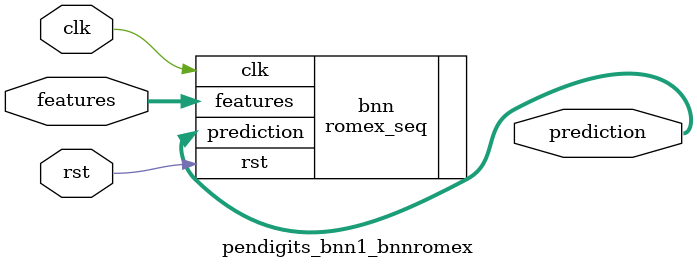
<source format=v>













module pendigits_bnn1_bnnromex #(

parameter FEAT_CNT = 16,
parameter HIDDEN_CNT = 40,
parameter FEAT_BITS = 4,
parameter CLASS_CNT = 10,
parameter TEST_CNT = 1000


  ) (
  input clk,
  input rst,
  input [FEAT_CNT*FEAT_BITS-1:0] features,
  output [$clog2(CLASS_CNT)-1:0] prediction
  );

  localparam Weights0 = 640'b0101101001100011101101101101100110110001000001111010010111001000110110101111010101010001111100000110101111111000111000001101101000000011010100101110100101011010010010111010010010010101010110001011110100100011010011100001101100010110101111011010111110110001101100101111010110110101000010011110111110000101010111111100000110010010001111011111101111010000010100000101100101001010000110110100001111101100101100000010101110100100001101111011101011100101011010100101001111001010000111010000011100001011000000000010111100000101001110001010010100011110010010100110001001001011111110000001011011101101010100011111000001001101000110100010101101000010 ;
  localparam Weights1 = 400'b0000100000101111101101100001011000110000011110110111101011101100111100000000000001011101010001011000011110000100011101100111000000001111010000000110111100001000010010110010110110100000011111111101000010001000011011000111010110000010000010110101011011010111100111100010101011111110110001011100011000001010100011000011111010001111111000101011111010000101001111000111000011011001011111000001101001000001 ;

  romex_seq #(.FEAT_CNT(FEAT_CNT),.FEAT_BITS(FEAT_BITS),.HIDDEN_CNT(HIDDEN_CNT),.CLASS_CNT(CLASS_CNT),.Weights0(Weights0),.Weights1(Weights1)) bnn (
    .clk(clk),
    .rst(rst),
    .features(features),
    .prediction(prediction)
  );

endmodule

</source>
